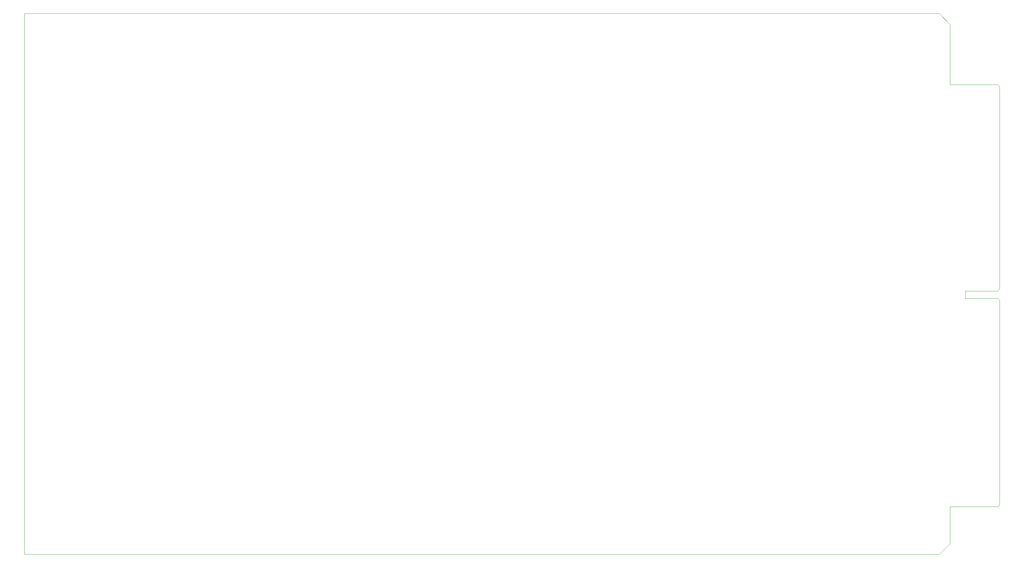
<source format=gbr>
%TF.GenerationSoftware,KiCad,Pcbnew,8.0.2*%
%TF.CreationDate,2024-05-20T22:27:28+02:00*%
%TF.ProjectId,Breadboard_56pin,42726561-6462-46f6-9172-645f35367069,rev?*%
%TF.SameCoordinates,Original*%
%TF.FileFunction,Profile,NP*%
%FSLAX46Y46*%
G04 Gerber Fmt 4.6, Leading zero omitted, Abs format (unit mm)*
G04 Created by KiCad (PCBNEW 8.0.2) date 2024-05-20 22:27:28*
%MOMM*%
%LPD*%
G01*
G04 APERTURE LIST*
%TA.AperFunction,Profile*%
%ADD10C,0.050000*%
%TD*%
G04 APERTURE END LIST*
D10*
X366710000Y-70880000D02*
X366710000Y-87580000D01*
X366710000Y-204640000D02*
X366710000Y-214840000D01*
X371120000Y-204640000D02*
X366710000Y-204640000D01*
X366710000Y-214840000D02*
X363710000Y-217840000D01*
X363710000Y-67880000D02*
X110420000Y-67880000D01*
X366710000Y-67880000D02*
X366720000Y-67880000D01*
X110420000Y-67880000D02*
X110420000Y-217840000D01*
X366710000Y-70880000D02*
X363710000Y-67880000D01*
X363710000Y-217840000D02*
X110420000Y-217840000D01*
X371120000Y-87580000D02*
X366710000Y-87580000D01*
%TO.C,J58*%
X380420000Y-204140000D02*
X379920000Y-204640000D01*
X380420000Y-202140000D02*
X380420000Y-204140000D01*
X380420000Y-147390000D02*
X380420000Y-202140000D01*
X380420000Y-144330000D02*
X380420000Y-89580000D01*
X380420000Y-88080000D02*
X380420000Y-89580000D01*
X379920000Y-204640000D02*
X371120000Y-204640000D01*
X379920000Y-146890000D02*
X380420000Y-147390000D01*
X379920000Y-146890000D02*
X370920000Y-146890000D01*
X379920000Y-144830000D02*
X380420000Y-144330000D01*
X379920000Y-87580000D02*
X380420000Y-88080000D01*
X379920000Y-87580000D02*
X371120000Y-87580000D01*
X370920000Y-146890000D02*
X370920000Y-144830000D01*
X370920000Y-144830000D02*
X379920000Y-144830000D01*
%TD*%
M02*

</source>
